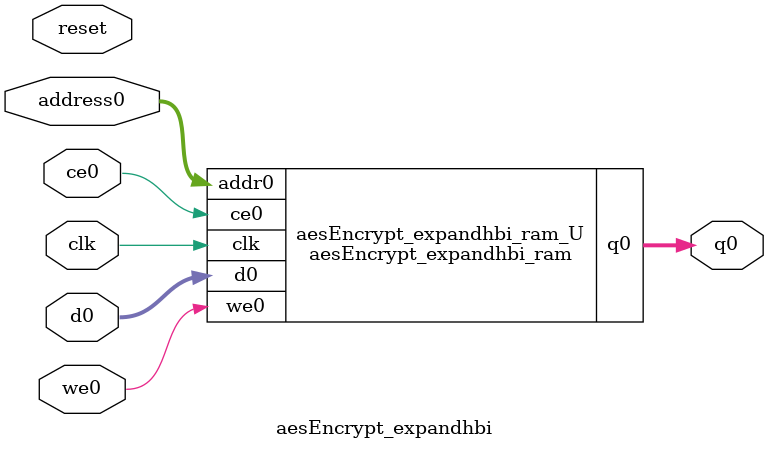
<source format=v>

`timescale 1 ns / 1 ps
module aesEncrypt_expandhbi_ram (addr0, ce0, d0, we0, q0,  clk);

parameter DWIDTH = 8;
parameter AWIDTH = 8;
parameter MEM_SIZE = 176;

input[AWIDTH-1:0] addr0;
input ce0;
input[DWIDTH-1:0] d0;
input we0;
output reg[DWIDTH-1:0] q0;
input clk;

(* ram_style = "block" *)reg [DWIDTH-1:0] ram[0:MEM_SIZE-1];




always @(posedge clk)  
begin 
    if (ce0) 
    begin
        if (we0) 
        begin 
            ram[addr0] <= d0; 
            q0 <= d0;
        end 
        else 
            q0 <= ram[addr0];
    end
end


endmodule


`timescale 1 ns / 1 ps
module aesEncrypt_expandhbi(
    reset,
    clk,
    address0,
    ce0,
    we0,
    d0,
    q0);

parameter DataWidth = 32'd8;
parameter AddressRange = 32'd176;
parameter AddressWidth = 32'd8;
input reset;
input clk;
input[AddressWidth - 1:0] address0;
input ce0;
input we0;
input[DataWidth - 1:0] d0;
output[DataWidth - 1:0] q0;



aesEncrypt_expandhbi_ram aesEncrypt_expandhbi_ram_U(
    .clk( clk ),
    .addr0( address0 ),
    .ce0( ce0 ),
    .d0( d0 ),
    .we0( we0 ),
    .q0( q0 ));

endmodule


</source>
